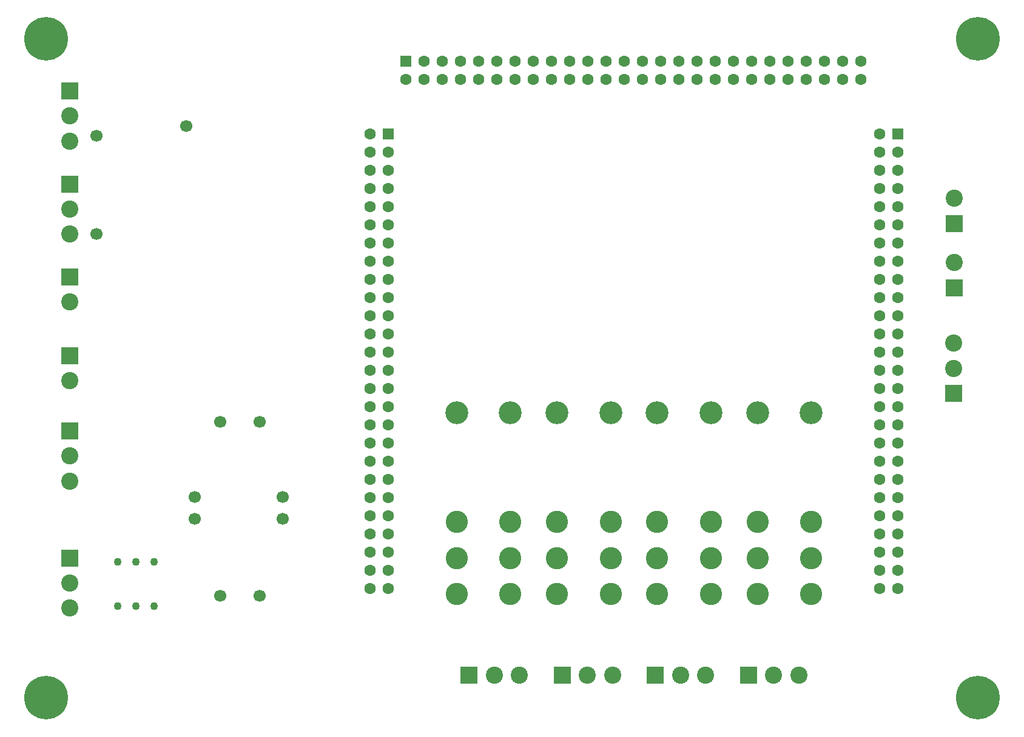
<source format=gbs>
G04*
G04 #@! TF.GenerationSoftware,Altium Limited,Altium Designer,19.1.6 (110)*
G04*
G04 Layer_Color=16711935*
%FSLAX44Y44*%
%MOMM*%
G71*
G01*
G75*
%ADD67C,2.4000*%
%ADD68R,2.4000X2.4000*%
%ADD69C,1.1000*%
%ADD70R,2.4000X2.4000*%
%ADD71C,1.7000*%
%ADD72C,3.1000*%
%ADD73C,3.2000*%
%ADD74C,1.6000*%
%ADD75R,1.6000X1.6000*%
%ADD76R,1.6000X1.6000*%
%ADD77C,6.1000*%
D67*
X-787500Y307503D02*
D03*
Y342501D02*
D03*
Y177503D02*
D03*
Y212501D02*
D03*
X-787497Y82500D02*
D03*
Y-27500D02*
D03*
Y-167499D02*
D03*
Y-132500D02*
D03*
Y-344996D02*
D03*
Y-309998D02*
D03*
X447000Y227500D02*
D03*
Y137500D02*
D03*
X446500Y24997D02*
D03*
Y-10001D02*
D03*
X-29800Y-438926D02*
D03*
X-64798D02*
D03*
X100199D02*
D03*
X65200D02*
D03*
X-159801D02*
D03*
X-194800D02*
D03*
X230200D02*
D03*
X195202D02*
D03*
D68*
X-787500Y377503D02*
D03*
Y247502D02*
D03*
X-787497Y117500D02*
D03*
Y7500D02*
D03*
Y-97499D02*
D03*
Y-274996D02*
D03*
X447000Y192500D02*
D03*
Y102500D02*
D03*
X446500Y-45002D02*
D03*
D69*
X-694997Y-279998D02*
D03*
X-669597D02*
D03*
X-720397D02*
D03*
X-694997Y-341996D02*
D03*
X-669597D02*
D03*
X-720397D02*
D03*
D70*
X-99799Y-438926D02*
D03*
X30199D02*
D03*
X-229801D02*
D03*
X160200D02*
D03*
D71*
X-522500Y-84999D02*
D03*
X-522500Y-327999D02*
D03*
X-577500D02*
D03*
X-490000Y-190000D02*
D03*
X-612500D02*
D03*
X-577500Y-84999D02*
D03*
X-612500Y-220000D02*
D03*
X-490000D02*
D03*
X-750000Y177500D02*
D03*
Y315000D02*
D03*
X-625000Y327998D02*
D03*
D72*
X-172298Y-224826D02*
D03*
Y-325626D02*
D03*
X-247298Y-275226D02*
D03*
X-172298D02*
D03*
X-247298Y-325626D02*
D03*
Y-224826D02*
D03*
X-32298D02*
D03*
Y-325626D02*
D03*
X-107298Y-275226D02*
D03*
X-32298D02*
D03*
X-107298Y-325626D02*
D03*
Y-224826D02*
D03*
X107702D02*
D03*
Y-325626D02*
D03*
X32702Y-275226D02*
D03*
X107702D02*
D03*
X32702Y-325626D02*
D03*
Y-224826D02*
D03*
X247702D02*
D03*
Y-325626D02*
D03*
X172702Y-275226D02*
D03*
X247702D02*
D03*
X172702Y-325626D02*
D03*
Y-224826D02*
D03*
D73*
X-172298Y-72226D02*
D03*
X-247298D02*
D03*
X-32298D02*
D03*
X-107298D02*
D03*
X107702D02*
D03*
X32702D02*
D03*
X247702D02*
D03*
X172702D02*
D03*
D74*
X-343076Y-317402D02*
D03*
Y-292002D02*
D03*
Y-266602D02*
D03*
Y-241202D02*
D03*
Y-215802D02*
D03*
Y-190402D02*
D03*
Y-165002D02*
D03*
Y-139602D02*
D03*
Y-114202D02*
D03*
Y-88802D02*
D03*
Y-63402D02*
D03*
Y-38002D02*
D03*
Y-12602D02*
D03*
Y12798D02*
D03*
Y38198D02*
D03*
Y63598D02*
D03*
Y88998D02*
D03*
Y114398D02*
D03*
X-368476Y-317402D02*
D03*
Y-292002D02*
D03*
Y-266602D02*
D03*
Y-241202D02*
D03*
Y-215802D02*
D03*
Y-190402D02*
D03*
Y-165002D02*
D03*
Y-139602D02*
D03*
Y-114202D02*
D03*
Y-88802D02*
D03*
Y-63402D02*
D03*
Y-38002D02*
D03*
Y-12602D02*
D03*
Y12798D02*
D03*
Y38198D02*
D03*
Y63598D02*
D03*
Y88998D02*
D03*
Y114398D02*
D03*
Y317598D02*
D03*
X-343076Y292198D02*
D03*
X-368476D02*
D03*
X-343076Y266798D02*
D03*
X-368476D02*
D03*
X-343076Y241398D02*
D03*
X-368476D02*
D03*
X-343076Y215998D02*
D03*
X-368476D02*
D03*
X-343076Y190598D02*
D03*
X-368476D02*
D03*
X-343076Y165198D02*
D03*
X-368476D02*
D03*
Y139798D02*
D03*
X-343076D02*
D03*
X317298Y418894D02*
D03*
X291898D02*
D03*
X266498D02*
D03*
X241098D02*
D03*
X215698D02*
D03*
X190298D02*
D03*
X164898D02*
D03*
X139498D02*
D03*
X114098D02*
D03*
X88698D02*
D03*
X63298D02*
D03*
X37898D02*
D03*
X12498D02*
D03*
X-12902D02*
D03*
X-38302D02*
D03*
X-63702D02*
D03*
X-89102D02*
D03*
X-114502D02*
D03*
X317298Y393494D02*
D03*
X291898D02*
D03*
X266498D02*
D03*
X241098D02*
D03*
X215698D02*
D03*
X190298D02*
D03*
X164898D02*
D03*
X139498D02*
D03*
X114098D02*
D03*
X88698D02*
D03*
X63298D02*
D03*
X37898D02*
D03*
X12498D02*
D03*
X-12902D02*
D03*
X-38302D02*
D03*
X-63702D02*
D03*
X-89102D02*
D03*
X-114502D02*
D03*
X-317702D02*
D03*
X-292302Y418894D02*
D03*
Y393494D02*
D03*
X-266902Y418894D02*
D03*
Y393494D02*
D03*
X-241502Y418894D02*
D03*
Y393494D02*
D03*
X-216102Y418894D02*
D03*
Y393494D02*
D03*
X-190702Y418894D02*
D03*
Y393494D02*
D03*
X-165302Y418894D02*
D03*
Y393494D02*
D03*
X-139902D02*
D03*
Y418894D02*
D03*
X368121Y-317500D02*
D03*
Y-292100D02*
D03*
Y-266700D02*
D03*
Y-241300D02*
D03*
Y-215900D02*
D03*
Y-190500D02*
D03*
Y-165100D02*
D03*
Y-139700D02*
D03*
Y-114300D02*
D03*
Y-88900D02*
D03*
Y-63500D02*
D03*
Y-38100D02*
D03*
Y-12700D02*
D03*
Y12700D02*
D03*
Y38100D02*
D03*
X342721Y-317500D02*
D03*
Y-292100D02*
D03*
Y-266700D02*
D03*
Y-241300D02*
D03*
Y-215900D02*
D03*
Y-190500D02*
D03*
Y-165100D02*
D03*
Y-139700D02*
D03*
Y-114300D02*
D03*
Y-88900D02*
D03*
Y-63500D02*
D03*
Y-38100D02*
D03*
Y-12700D02*
D03*
Y12700D02*
D03*
Y38100D02*
D03*
Y317500D02*
D03*
X368121Y292100D02*
D03*
X342721D02*
D03*
X368121Y266700D02*
D03*
X342721D02*
D03*
X368121Y241300D02*
D03*
X342721D02*
D03*
X368121Y63500D02*
D03*
Y88900D02*
D03*
Y114300D02*
D03*
X342721Y63500D02*
D03*
Y88900D02*
D03*
Y114300D02*
D03*
X368121Y215900D02*
D03*
X342721D02*
D03*
X368121Y190500D02*
D03*
X342721D02*
D03*
X368121Y165100D02*
D03*
X342721D02*
D03*
Y139700D02*
D03*
X368121D02*
D03*
D75*
X-343076Y317598D02*
D03*
X368121Y317500D02*
D03*
D76*
X-317702Y418894D02*
D03*
D77*
X-820000Y450000D02*
D03*
X480000D02*
D03*
X-820000Y-470000D02*
D03*
X480000D02*
D03*
M02*

</source>
